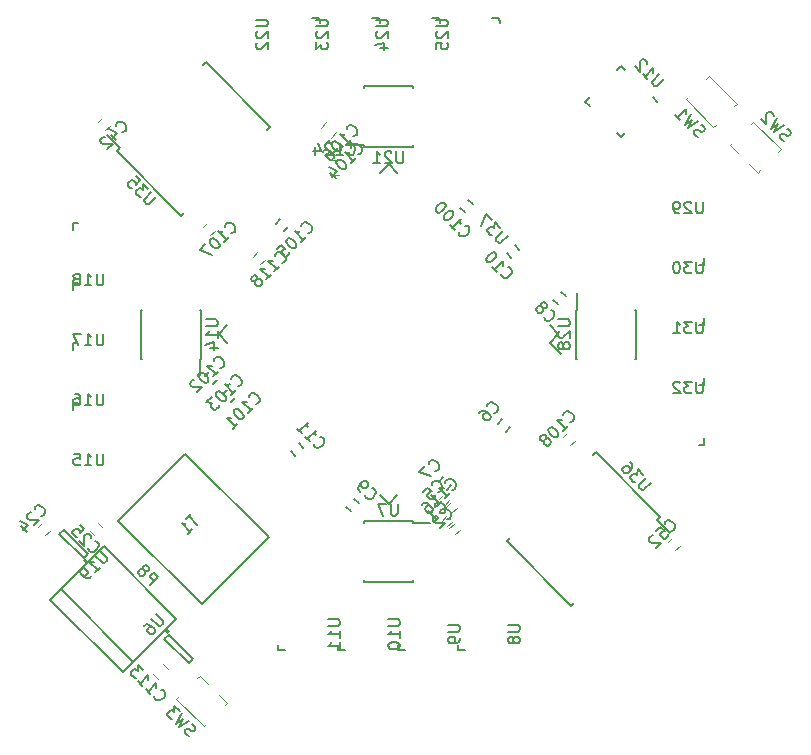
<source format=gbr>
G04 #@! TF.FileFunction,Legend,Bot*
%FSLAX46Y46*%
G04 Gerber Fmt 4.6, Leading zero omitted, Abs format (unit mm)*
G04 Created by KiCad (PCBNEW 4.0.6-e0-6349~53~ubuntu14.04.1) date Thu Mar 30 17:13:45 2017*
%MOMM*%
%LPD*%
G01*
G04 APERTURE LIST*
%ADD10C,0.100000*%
%ADD11C,0.150000*%
%ADD12C,0.120000*%
G04 APERTURE END LIST*
D10*
D11*
X19685000Y22725559D02*
X19313769Y22354328D01*
X19685000Y16644441D02*
X20056231Y17015672D01*
X16644441Y19685000D02*
X17015672Y20056231D01*
X22725559Y19685000D02*
X22354328Y20056231D01*
X19685000Y16644441D02*
X19313769Y17015672D01*
X16644441Y19685000D02*
X17015672Y19313769D01*
X19685000Y22725559D02*
X20056231Y22354328D01*
X-23015382Y15484695D02*
X-22764359Y15735718D01*
X-17535305Y10004618D02*
X-17284282Y10255641D01*
X-10004618Y17535305D02*
X-10255641Y17284282D01*
X-15484695Y23015382D02*
X-15735718Y22764359D01*
X-23015382Y15484695D02*
X-17535305Y10004618D01*
X-15484695Y23015382D02*
X-10004618Y17535305D01*
X-22764359Y15735718D02*
X-23842697Y16814056D01*
X-15802893Y-22873961D02*
X-22873961Y-15802893D01*
X-22873961Y-15802893D02*
X-17217107Y-10146039D01*
X-17217107Y-10146039D02*
X-10146039Y-17217107D01*
X-10146039Y-17217107D02*
X-15802893Y-22873961D01*
X14389623Y0D02*
X13647161Y-742462D01*
X0Y14389623D02*
X-742462Y13647161D01*
X-14389623Y0D02*
X-13647161Y742462D01*
X0Y-14389623D02*
X742462Y-13647161D01*
X14389623Y0D02*
X13647161Y742462D01*
X0Y-14389623D02*
X-742462Y-13647161D01*
X-14389623Y0D02*
X-13647161Y-742462D01*
X0Y14389623D02*
X742462Y13647161D01*
X13647161Y-742462D02*
X14566400Y-1661701D01*
X23015382Y-15484695D02*
X22764359Y-15735718D01*
X17535305Y-10004618D02*
X17284282Y-10255641D01*
X10004618Y-17535305D02*
X10255641Y-17284282D01*
X15484695Y-23015382D02*
X15735718Y-22764359D01*
X23015382Y-15484695D02*
X17535305Y-10004618D01*
X15484695Y-23015382D02*
X10004618Y-17535305D01*
X22764359Y-15735718D02*
X23842697Y-16814056D01*
X2075000Y-15840000D02*
X2075000Y-15985000D01*
X-2075000Y-15840000D02*
X-2075000Y-15985000D01*
X-2075000Y-20990000D02*
X-2075000Y-20845000D01*
X2075000Y-20990000D02*
X2075000Y-20845000D01*
X2075000Y-15840000D02*
X-2075000Y-15840000D01*
X2075000Y-20990000D02*
X-2075000Y-20990000D01*
X2075000Y-15985000D02*
X3475000Y-15985000D01*
X6459220Y-26730960D02*
X5849620Y-26730960D01*
X5849620Y-26730960D02*
X5839460Y-26299160D01*
X1379220Y-26730960D02*
X769620Y-26730960D01*
X769620Y-26730960D02*
X759460Y-26299160D01*
X-3700780Y-26730960D02*
X-4310380Y-26730960D01*
X-4310380Y-26730960D02*
X-4320540Y-26299160D01*
X-15840000Y-2075000D02*
X-15985000Y-2075000D01*
X-15840000Y2075000D02*
X-15985000Y2075000D01*
X-20990000Y2075000D02*
X-20845000Y2075000D01*
X-20990000Y-2075000D02*
X-20845000Y-2075000D01*
X-15840000Y-2075000D02*
X-15840000Y2075000D01*
X-20990000Y-2075000D02*
X-20990000Y2075000D01*
X-15985000Y-2075000D02*
X-15985000Y-3475000D01*
X-26730960Y-6459220D02*
X-26730960Y-5849620D01*
X-26730960Y-5849620D02*
X-26299160Y-5839460D01*
X-26730960Y-1379220D02*
X-26730960Y-769620D01*
X-26730960Y-769620D02*
X-26299160Y-759460D01*
X-26730960Y3700780D02*
X-26730960Y4310380D01*
X-26730960Y4310380D02*
X-26299160Y4320540D01*
X-26730960Y8780780D02*
X-26730960Y9390380D01*
X-26730960Y9390380D02*
X-26299160Y9400540D01*
X-2075000Y15840000D02*
X-2075000Y15985000D01*
X2075000Y15840000D02*
X2075000Y15985000D01*
X2075000Y20990000D02*
X2075000Y20845000D01*
X-2075000Y20990000D02*
X-2075000Y20845000D01*
X-2075000Y15840000D02*
X2075000Y15840000D01*
X-2075000Y20990000D02*
X2075000Y20990000D01*
X-2075000Y15985000D02*
X-3475000Y15985000D01*
X-6459220Y26730960D02*
X-5849620Y26730960D01*
X-5849620Y26730960D02*
X-5839460Y26299160D01*
X-1379220Y26730960D02*
X-769620Y26730960D01*
X-769620Y26730960D02*
X-759460Y26299160D01*
X3700780Y26730960D02*
X4310380Y26730960D01*
X4310380Y26730960D02*
X4320540Y26299160D01*
X8780780Y26730960D02*
X9390380Y26730960D01*
X9390380Y26730960D02*
X9400540Y26299160D01*
X15840000Y2075000D02*
X15985000Y2075000D01*
X15840000Y-2075000D02*
X15985000Y-2075000D01*
X20990000Y-2075000D02*
X20845000Y-2075000D01*
X20990000Y2075000D02*
X20845000Y2075000D01*
X15840000Y2075000D02*
X15840000Y-2075000D01*
X20990000Y2075000D02*
X20990000Y-2075000D01*
X15985000Y2075000D02*
X15985000Y3475000D01*
X26730960Y6459220D02*
X26730960Y5849620D01*
X26730960Y5849620D02*
X26299160Y5839460D01*
X26730960Y1379220D02*
X26730960Y769620D01*
X26730960Y769620D02*
X26299160Y759460D01*
X26730960Y-3700780D02*
X26730960Y-4310380D01*
X26730960Y-4310380D02*
X26299160Y-4320540D01*
X26730960Y-8780780D02*
X26730960Y-9390380D01*
X26730960Y-9390380D02*
X26299160Y-9400540D01*
X6440901Y10337348D02*
X6087348Y10690901D01*
X6759099Y11362652D02*
X7112652Y11009099D01*
X-12987348Y-5409099D02*
X-13340901Y-5762652D01*
X-14012652Y-5090901D02*
X-13659099Y-4737348D01*
X-14487348Y-3909099D02*
X-14840901Y-4262652D01*
X-15512652Y-3590901D02*
X-15159099Y-3237348D01*
X-4313348Y15715901D02*
X-4666901Y15362348D01*
X-5338652Y16034099D02*
X-4985099Y16387652D01*
X-8537348Y9040901D02*
X-8890901Y8687348D01*
X-9562652Y9359099D02*
X-9209099Y9712652D01*
X9266348Y-7587901D02*
X9619901Y-7234348D01*
X10291652Y-7906099D02*
X9938099Y-8259652D01*
X4287348Y-12490901D02*
X4640901Y-12137348D01*
X5312652Y-12809099D02*
X4959099Y-13162652D01*
X14318901Y2535348D02*
X13965348Y2888901D01*
X14637099Y3560652D02*
X14990652Y3207099D01*
X-2888901Y-13965348D02*
X-2535348Y-14318901D01*
X-3207099Y-14990652D02*
X-3560652Y-14637099D01*
X10381901Y6472348D02*
X10028348Y6825901D01*
X10700099Y7497652D02*
X11053652Y7144099D01*
X-7587901Y-9266348D02*
X-7234348Y-9619901D01*
X-7906099Y-10291652D02*
X-8259652Y-9938099D01*
X-18599240Y-25185076D02*
G75*
G03X-18599240Y-25185076I-99999J0D01*
G01*
X-18982082Y-25821472D02*
X-18628528Y-25467918D01*
X-16931472Y-27872082D02*
X-18982082Y-25821472D01*
X-16577918Y-27518528D02*
X-16931472Y-27872082D01*
X-18628528Y-25467918D02*
X-16577918Y-27518528D01*
D12*
X-23620883Y17624437D02*
X-23974437Y17270883D01*
X-24639117Y17935563D02*
X-24285563Y18289117D01*
X23620883Y-17624437D02*
X23974437Y-17270883D01*
X24639117Y-17935563D02*
X24285563Y-18289117D01*
X-14730883Y8734437D02*
X-15084437Y8380883D01*
X-15749117Y9045563D02*
X-15395563Y9399117D01*
X14730883Y-8734437D02*
X15084437Y-8380883D01*
X15749117Y-9045563D02*
X15395563Y-9399117D01*
D11*
X-8780780Y-26730960D02*
X-9390380Y-26730960D01*
X-9390380Y-26730960D02*
X-9400540Y-26299160D01*
X-22482801Y-28635903D02*
X-28634630Y-22484074D01*
X-17953782Y-24106884D02*
X-24105611Y-17955055D01*
X-24105611Y-17955055D02*
X-28634630Y-22484074D01*
X-27764889Y-21614332D02*
X-21613060Y-27766161D01*
X-22482801Y-28635903D02*
X-17953782Y-24106884D01*
D12*
X-10490883Y6244437D02*
X-10844437Y5890883D01*
X-11509117Y6555563D02*
X-11155563Y6909117D01*
X4490883Y-15794437D02*
X4844437Y-15440883D01*
X5509117Y-16105563D02*
X5155563Y-16459117D01*
X4990883Y-16294437D02*
X5344437Y-15940883D01*
X6009117Y-16605563D02*
X5655563Y-16959117D01*
X4240883Y-13944437D02*
X4594437Y-13590883D01*
X5259117Y-14255563D02*
X4905563Y-14609117D01*
X4740883Y-14444437D02*
X5094437Y-14090883D01*
X5759117Y-14755563D02*
X5405563Y-15109117D01*
X-4222000Y14697000D02*
X-4922000Y14697000D01*
X-4922000Y13497000D02*
X-4222000Y13497000D01*
X-14400777Y-3773249D02*
X-14895751Y-4268223D01*
X-14047223Y-5116751D02*
X-13552249Y-4621777D01*
X-4903223Y16600249D02*
X-4408249Y17095223D01*
X-5256777Y17943751D02*
X-5751751Y17448777D01*
X-29719117Y-16354437D02*
X-29365563Y-16000883D01*
X-28700883Y-16665563D02*
X-29054437Y-17019117D01*
X-19975751Y-28751777D02*
X-19480777Y-29246751D01*
X-18632249Y-28398223D02*
X-19127223Y-27903249D01*
X-24920563Y-17019117D02*
X-25274117Y-16665563D01*
X-24609437Y-16000883D02*
X-24255883Y-16354437D01*
D11*
X-25580051Y-19194214D02*
G75*
G03X-25580051Y-19194214I-100000J0D01*
G01*
X-25467918Y-18628528D02*
X-25821472Y-18982082D01*
X-27518528Y-16577918D02*
X-25467918Y-18628528D01*
X-27872082Y-16931472D02*
X-27518528Y-16577918D01*
X-25821472Y-18982082D02*
X-27872082Y-16931472D01*
D12*
X31243675Y13670223D02*
X30536569Y14377330D01*
X31448736Y13875284D02*
X31243675Y13670223D01*
X28910223Y16003675D02*
X29617330Y15296569D01*
X28910223Y16003675D02*
X29115284Y16208736D01*
X33011442Y15437990D02*
X33216503Y15643051D01*
X33216503Y15643051D02*
X30883051Y17976503D01*
X30883051Y17976503D02*
X30677990Y17771442D01*
X-16003675Y-28910223D02*
X-15296569Y-29617330D01*
X-16208736Y-29115284D02*
X-16003675Y-28910223D01*
X-13670223Y-31243675D02*
X-14377330Y-30536569D01*
X-13670223Y-31243675D02*
X-13875284Y-31448736D01*
X-17771442Y-30677990D02*
X-17976503Y-30883051D01*
X-17976503Y-30883051D02*
X-15643051Y-33216503D01*
X-15643051Y-33216503D02*
X-15437990Y-33011442D01*
X26916091Y21629544D02*
X27128223Y21841676D01*
X27128223Y21841676D02*
X29461676Y19508223D01*
X29461676Y19508223D02*
X29249544Y19296091D01*
X25360456Y20073909D02*
X25148324Y19861777D01*
X25148324Y19861777D02*
X27481777Y17528324D01*
X27481777Y17528324D02*
X27693909Y17740456D01*
D11*
X23334175Y21583245D02*
X22761756Y21010825D01*
X22660740Y20977153D01*
X22593397Y20977153D01*
X22492382Y21010825D01*
X22357694Y21145512D01*
X22324023Y21246528D01*
X22324023Y21313871D01*
X22357694Y21414886D01*
X22930114Y21987306D01*
X21515901Y21987306D02*
X21919962Y21583245D01*
X21717932Y21785275D02*
X22425038Y22492382D01*
X22391367Y22324023D01*
X22391367Y22189336D01*
X22425038Y22088321D01*
X21886290Y22896443D02*
X21886290Y22963787D01*
X21852618Y23064802D01*
X21684259Y23233161D01*
X21583244Y23266833D01*
X21515901Y23266833D01*
X21414885Y23233161D01*
X21347542Y23165818D01*
X21280199Y23031131D01*
X21280199Y22223008D01*
X20842466Y22660741D01*
X-19666727Y11602343D02*
X-20239146Y11029923D01*
X-20340162Y10996251D01*
X-20407505Y10996251D01*
X-20508520Y11029923D01*
X-20643208Y11164610D01*
X-20676879Y11265626D01*
X-20676879Y11332969D01*
X-20643208Y11433984D01*
X-20070788Y12006404D01*
X-20340162Y12275778D02*
X-20777895Y12713511D01*
X-20811566Y12208434D01*
X-20912581Y12309450D01*
X-21013597Y12343122D01*
X-21080940Y12343122D01*
X-21181956Y12309450D01*
X-21350315Y12141091D01*
X-21383986Y12040076D01*
X-21383986Y11972732D01*
X-21350315Y11871717D01*
X-21148284Y11669686D01*
X-21047268Y11636014D01*
X-20979925Y11636014D01*
X-21417658Y13353274D02*
X-21080940Y13016556D01*
X-21383986Y12646167D01*
X-21383986Y12713511D01*
X-21417657Y12814526D01*
X-21586017Y12982885D01*
X-21687032Y13016557D01*
X-21754375Y13016557D01*
X-21855391Y12982885D01*
X-22023750Y12814526D01*
X-22057421Y12713511D01*
X-22057421Y12646167D01*
X-22023750Y12545152D01*
X-21855390Y12376793D01*
X-21754375Y12343121D01*
X-21687032Y12343121D01*
X-16712030Y-15230474D02*
X-17116091Y-15634535D01*
X-16206953Y-16139611D02*
X-16914060Y-15432504D01*
X-17015076Y-16947733D02*
X-16611015Y-16543672D01*
X-16813045Y-16745702D02*
X-17520152Y-16038596D01*
X-17351793Y-16072267D01*
X-17217106Y-16072267D01*
X-17116091Y-16038596D01*
X10083847Y8332917D02*
X9511428Y7760497D01*
X9410412Y7726825D01*
X9343069Y7726825D01*
X9242054Y7760497D01*
X9107366Y7895184D01*
X9073695Y7996200D01*
X9073695Y8063543D01*
X9107366Y8164558D01*
X9679786Y8736978D01*
X9410412Y9006352D02*
X8972679Y9444085D01*
X8939008Y8939008D01*
X8837993Y9040024D01*
X8736977Y9073696D01*
X8669634Y9073696D01*
X8568618Y9040024D01*
X8400259Y8871665D01*
X8366588Y8770650D01*
X8366588Y8703306D01*
X8400259Y8602291D01*
X8602290Y8400260D01*
X8703306Y8366588D01*
X8770649Y8366588D01*
X8736977Y9679787D02*
X8265573Y10151192D01*
X7861512Y9141039D01*
X22192107Y-12578823D02*
X21619688Y-13151243D01*
X21518672Y-13184915D01*
X21451329Y-13184915D01*
X21350314Y-13151243D01*
X21215626Y-13016556D01*
X21181955Y-12915540D01*
X21181955Y-12848197D01*
X21215626Y-12747182D01*
X21788046Y-12174762D01*
X21518672Y-11905388D02*
X21080939Y-11467655D01*
X21047268Y-11972732D01*
X20946253Y-11871716D01*
X20845237Y-11838044D01*
X20777894Y-11838044D01*
X20676878Y-11871716D01*
X20508519Y-12040075D01*
X20474848Y-12141090D01*
X20474848Y-12208434D01*
X20508519Y-12309449D01*
X20710550Y-12511480D01*
X20811566Y-12545152D01*
X20878909Y-12545152D01*
X20474848Y-10861564D02*
X20609535Y-10996251D01*
X20643207Y-11097266D01*
X20643207Y-11164610D01*
X20609535Y-11332968D01*
X20508520Y-11501327D01*
X20239146Y-11770701D01*
X20138131Y-11804373D01*
X20070787Y-11804373D01*
X19969772Y-11770701D01*
X19835084Y-11636014D01*
X19801413Y-11534999D01*
X19801413Y-11467655D01*
X19835084Y-11366640D01*
X20003443Y-11198281D01*
X20104459Y-11164609D01*
X20171802Y-11164609D01*
X20272817Y-11198281D01*
X20407505Y-11332968D01*
X20441177Y-11433983D01*
X20441177Y-11501327D01*
X20407504Y-11602343D01*
X761905Y-14367381D02*
X761905Y-15176905D01*
X714286Y-15272143D01*
X666667Y-15319762D01*
X571429Y-15367381D01*
X380952Y-15367381D01*
X285714Y-15319762D01*
X238095Y-15272143D01*
X190476Y-15176905D01*
X190476Y-14367381D01*
X-190476Y-14367381D02*
X-857143Y-14367381D01*
X-428571Y-15367381D01*
X10122921Y-24627935D02*
X10932445Y-24627935D01*
X11027683Y-24675554D01*
X11075302Y-24723173D01*
X11122921Y-24818411D01*
X11122921Y-25008888D01*
X11075302Y-25104126D01*
X11027683Y-25151745D01*
X10932445Y-25199364D01*
X10122921Y-25199364D01*
X10551492Y-25818411D02*
X10503873Y-25723173D01*
X10456254Y-25675554D01*
X10361016Y-25627935D01*
X10313397Y-25627935D01*
X10218159Y-25675554D01*
X10170540Y-25723173D01*
X10122921Y-25818411D01*
X10122921Y-26008888D01*
X10170540Y-26104126D01*
X10218159Y-26151745D01*
X10313397Y-26199364D01*
X10361016Y-26199364D01*
X10456254Y-26151745D01*
X10503873Y-26104126D01*
X10551492Y-26008888D01*
X10551492Y-25818411D01*
X10599111Y-25723173D01*
X10646730Y-25675554D01*
X10741969Y-25627935D01*
X10932445Y-25627935D01*
X11027683Y-25675554D01*
X11075302Y-25723173D01*
X11122921Y-25818411D01*
X11122921Y-26008888D01*
X11075302Y-26104126D01*
X11027683Y-26151745D01*
X10932445Y-26199364D01*
X10741969Y-26199364D01*
X10646730Y-26151745D01*
X10599111Y-26104126D01*
X10551492Y-26008888D01*
X5042921Y-24627935D02*
X5852445Y-24627935D01*
X5947683Y-24675554D01*
X5995302Y-24723173D01*
X6042921Y-24818411D01*
X6042921Y-25008888D01*
X5995302Y-25104126D01*
X5947683Y-25151745D01*
X5852445Y-25199364D01*
X5042921Y-25199364D01*
X6042921Y-25723173D02*
X6042921Y-25913649D01*
X5995302Y-26008888D01*
X5947683Y-26056507D01*
X5804826Y-26151745D01*
X5614350Y-26199364D01*
X5233397Y-26199364D01*
X5138159Y-26151745D01*
X5090540Y-26104126D01*
X5042921Y-26008888D01*
X5042921Y-25818411D01*
X5090540Y-25723173D01*
X5138159Y-25675554D01*
X5233397Y-25627935D01*
X5471492Y-25627935D01*
X5566730Y-25675554D01*
X5614350Y-25723173D01*
X5661969Y-25818411D01*
X5661969Y-26008888D01*
X5614350Y-26104126D01*
X5566730Y-26151745D01*
X5471492Y-26199364D01*
X-37079Y-24151745D02*
X772445Y-24151745D01*
X867683Y-24199364D01*
X915302Y-24246983D01*
X962921Y-24342221D01*
X962921Y-24532698D01*
X915302Y-24627936D01*
X867683Y-24675555D01*
X772445Y-24723174D01*
X-37079Y-24723174D01*
X962921Y-25723174D02*
X962921Y-25151745D01*
X962921Y-25437459D02*
X-37079Y-25437459D01*
X105778Y-25342221D01*
X201016Y-25246983D01*
X248635Y-25151745D01*
X-37079Y-26342221D02*
X-37079Y-26437460D01*
X10540Y-26532698D01*
X58159Y-26580317D01*
X153397Y-26627936D01*
X343873Y-26675555D01*
X581969Y-26675555D01*
X772445Y-26627936D01*
X867683Y-26580317D01*
X915302Y-26532698D01*
X962921Y-26437460D01*
X962921Y-26342221D01*
X915302Y-26246983D01*
X867683Y-26199364D01*
X772445Y-26151745D01*
X581969Y-26104126D01*
X343873Y-26104126D01*
X153397Y-26151745D01*
X58159Y-26199364D01*
X10540Y-26246983D01*
X-37079Y-26342221D01*
X-15462619Y1238095D02*
X-14653095Y1238095D01*
X-14557857Y1190476D01*
X-14510238Y1142857D01*
X-14462619Y1047619D01*
X-14462619Y857142D01*
X-14510238Y761904D01*
X-14557857Y714285D01*
X-14653095Y666666D01*
X-15462619Y666666D01*
X-14462619Y-333334D02*
X-14462619Y238095D01*
X-14462619Y-47619D02*
X-15462619Y-47619D01*
X-15319762Y47619D01*
X-15224524Y142857D01*
X-15176905Y238095D01*
X-15129286Y-1190477D02*
X-14462619Y-1190477D01*
X-15510238Y-952381D02*
X-14795952Y-714286D01*
X-14795952Y-1333334D01*
X-24151745Y-10122921D02*
X-24151745Y-10932445D01*
X-24199364Y-11027683D01*
X-24246983Y-11075302D01*
X-24342221Y-11122921D01*
X-24532698Y-11122921D01*
X-24627936Y-11075302D01*
X-24675555Y-11027683D01*
X-24723174Y-10932445D01*
X-24723174Y-10122921D01*
X-25723174Y-11122921D02*
X-25151745Y-11122921D01*
X-25437459Y-11122921D02*
X-25437459Y-10122921D01*
X-25342221Y-10265778D01*
X-25246983Y-10361016D01*
X-25151745Y-10408635D01*
X-26627936Y-10122921D02*
X-26151745Y-10122921D01*
X-26104126Y-10599111D01*
X-26151745Y-10551492D01*
X-26246983Y-10503873D01*
X-26485079Y-10503873D01*
X-26580317Y-10551492D01*
X-26627936Y-10599111D01*
X-26675555Y-10694350D01*
X-26675555Y-10932445D01*
X-26627936Y-11027683D01*
X-26580317Y-11075302D01*
X-26485079Y-11122921D01*
X-26246983Y-11122921D01*
X-26151745Y-11075302D01*
X-26104126Y-11027683D01*
X-24151745Y-5042921D02*
X-24151745Y-5852445D01*
X-24199364Y-5947683D01*
X-24246983Y-5995302D01*
X-24342221Y-6042921D01*
X-24532698Y-6042921D01*
X-24627936Y-5995302D01*
X-24675555Y-5947683D01*
X-24723174Y-5852445D01*
X-24723174Y-5042921D01*
X-25723174Y-6042921D02*
X-25151745Y-6042921D01*
X-25437459Y-6042921D02*
X-25437459Y-5042921D01*
X-25342221Y-5185778D01*
X-25246983Y-5281016D01*
X-25151745Y-5328635D01*
X-26580317Y-5042921D02*
X-26389840Y-5042921D01*
X-26294602Y-5090540D01*
X-26246983Y-5138159D01*
X-26151745Y-5281016D01*
X-26104126Y-5471492D01*
X-26104126Y-5852445D01*
X-26151745Y-5947683D01*
X-26199364Y-5995302D01*
X-26294602Y-6042921D01*
X-26485079Y-6042921D01*
X-26580317Y-5995302D01*
X-26627936Y-5947683D01*
X-26675555Y-5852445D01*
X-26675555Y-5614350D01*
X-26627936Y-5519111D01*
X-26580317Y-5471492D01*
X-26485079Y-5423873D01*
X-26294602Y-5423873D01*
X-26199364Y-5471492D01*
X-26151745Y-5519111D01*
X-26104126Y-5614350D01*
X-24151745Y37079D02*
X-24151745Y-772445D01*
X-24199364Y-867683D01*
X-24246983Y-915302D01*
X-24342221Y-962921D01*
X-24532698Y-962921D01*
X-24627936Y-915302D01*
X-24675555Y-867683D01*
X-24723174Y-772445D01*
X-24723174Y37079D01*
X-25723174Y-962921D02*
X-25151745Y-962921D01*
X-25437459Y-962921D02*
X-25437459Y37079D01*
X-25342221Y-105778D01*
X-25246983Y-201016D01*
X-25151745Y-248635D01*
X-26056507Y37079D02*
X-26723174Y37079D01*
X-26294602Y-962921D01*
X-24151745Y5117079D02*
X-24151745Y4307555D01*
X-24199364Y4212317D01*
X-24246983Y4164698D01*
X-24342221Y4117079D01*
X-24532698Y4117079D01*
X-24627936Y4164698D01*
X-24675555Y4212317D01*
X-24723174Y4307555D01*
X-24723174Y5117079D01*
X-25723174Y4117079D02*
X-25151745Y4117079D01*
X-25437459Y4117079D02*
X-25437459Y5117079D01*
X-25342221Y4974222D01*
X-25246983Y4878984D01*
X-25151745Y4831365D01*
X-26294602Y4688508D02*
X-26199364Y4736127D01*
X-26151745Y4783746D01*
X-26104126Y4878984D01*
X-26104126Y4926603D01*
X-26151745Y5021841D01*
X-26199364Y5069460D01*
X-26294602Y5117079D01*
X-26485079Y5117079D01*
X-26580317Y5069460D01*
X-26627936Y5021841D01*
X-26675555Y4926603D01*
X-26675555Y4878984D01*
X-26627936Y4783746D01*
X-26580317Y4736127D01*
X-26485079Y4688508D01*
X-26294602Y4688508D01*
X-26199364Y4640889D01*
X-26151745Y4593270D01*
X-26104126Y4498031D01*
X-26104126Y4307555D01*
X-26151745Y4212317D01*
X-26199364Y4164698D01*
X-26294602Y4117079D01*
X-26485079Y4117079D01*
X-26580317Y4164698D01*
X-26627936Y4212317D01*
X-26675555Y4307555D01*
X-26675555Y4498031D01*
X-26627936Y4593270D01*
X-26580317Y4640889D01*
X-26485079Y4688508D01*
X1238095Y15462619D02*
X1238095Y14653095D01*
X1190476Y14557857D01*
X1142857Y14510238D01*
X1047619Y14462619D01*
X857142Y14462619D01*
X761904Y14510238D01*
X714285Y14557857D01*
X666666Y14653095D01*
X666666Y15462619D01*
X238095Y15367381D02*
X190476Y15415000D01*
X95238Y15462619D01*
X-142858Y15462619D01*
X-238096Y15415000D01*
X-285715Y15367381D01*
X-333334Y15272143D01*
X-333334Y15176905D01*
X-285715Y15034048D01*
X285714Y14462619D01*
X-333334Y14462619D01*
X-1285715Y14462619D02*
X-714286Y14462619D01*
X-1000000Y14462619D02*
X-1000000Y15462619D01*
X-904762Y15319762D01*
X-809524Y15224524D01*
X-714286Y15176905D01*
X-11218159Y26627935D02*
X-10408635Y26627935D01*
X-10313397Y26580316D01*
X-10265778Y26532697D01*
X-10218159Y26437459D01*
X-10218159Y26246982D01*
X-10265778Y26151744D01*
X-10313397Y26104125D01*
X-10408635Y26056506D01*
X-11218159Y26056506D01*
X-11122921Y25627935D02*
X-11170540Y25580316D01*
X-11218159Y25485078D01*
X-11218159Y25246982D01*
X-11170540Y25151744D01*
X-11122921Y25104125D01*
X-11027683Y25056506D01*
X-10932445Y25056506D01*
X-10789588Y25104125D01*
X-10218159Y25675554D01*
X-10218159Y25056506D01*
X-11122921Y24675554D02*
X-11170540Y24627935D01*
X-11218159Y24532697D01*
X-11218159Y24294601D01*
X-11170540Y24199363D01*
X-11122921Y24151744D01*
X-11027683Y24104125D01*
X-10932445Y24104125D01*
X-10789588Y24151744D01*
X-10218159Y24723173D01*
X-10218159Y24104125D01*
X-6138159Y26627935D02*
X-5328635Y26627935D01*
X-5233397Y26580316D01*
X-5185778Y26532697D01*
X-5138159Y26437459D01*
X-5138159Y26246982D01*
X-5185778Y26151744D01*
X-5233397Y26104125D01*
X-5328635Y26056506D01*
X-6138159Y26056506D01*
X-6042921Y25627935D02*
X-6090540Y25580316D01*
X-6138159Y25485078D01*
X-6138159Y25246982D01*
X-6090540Y25151744D01*
X-6042921Y25104125D01*
X-5947683Y25056506D01*
X-5852445Y25056506D01*
X-5709588Y25104125D01*
X-5138159Y25675554D01*
X-5138159Y25056506D01*
X-6138159Y24723173D02*
X-6138159Y24104125D01*
X-5757207Y24437459D01*
X-5757207Y24294601D01*
X-5709588Y24199363D01*
X-5661969Y24151744D01*
X-5566730Y24104125D01*
X-5328635Y24104125D01*
X-5233397Y24151744D01*
X-5185778Y24199363D01*
X-5138159Y24294601D01*
X-5138159Y24580316D01*
X-5185778Y24675554D01*
X-5233397Y24723173D01*
X-1058159Y26627935D02*
X-248635Y26627935D01*
X-153397Y26580316D01*
X-105778Y26532697D01*
X-58159Y26437459D01*
X-58159Y26246982D01*
X-105778Y26151744D01*
X-153397Y26104125D01*
X-248635Y26056506D01*
X-1058159Y26056506D01*
X-962921Y25627935D02*
X-1010540Y25580316D01*
X-1058159Y25485078D01*
X-1058159Y25246982D01*
X-1010540Y25151744D01*
X-962921Y25104125D01*
X-867683Y25056506D01*
X-772445Y25056506D01*
X-629588Y25104125D01*
X-58159Y25675554D01*
X-58159Y25056506D01*
X-724826Y24199363D02*
X-58159Y24199363D01*
X-1105778Y24437459D02*
X-391492Y24675554D01*
X-391492Y24056506D01*
X4021841Y26627935D02*
X4831365Y26627935D01*
X4926603Y26580316D01*
X4974222Y26532697D01*
X5021841Y26437459D01*
X5021841Y26246982D01*
X4974222Y26151744D01*
X4926603Y26104125D01*
X4831365Y26056506D01*
X4021841Y26056506D01*
X4117079Y25627935D02*
X4069460Y25580316D01*
X4021841Y25485078D01*
X4021841Y25246982D01*
X4069460Y25151744D01*
X4117079Y25104125D01*
X4212317Y25056506D01*
X4307555Y25056506D01*
X4450412Y25104125D01*
X5021841Y25675554D01*
X5021841Y25056506D01*
X4021841Y24151744D02*
X4021841Y24627935D01*
X4498031Y24675554D01*
X4450412Y24627935D01*
X4402793Y24532697D01*
X4402793Y24294601D01*
X4450412Y24199363D01*
X4498031Y24151744D01*
X4593270Y24104125D01*
X4831365Y24104125D01*
X4926603Y24151744D01*
X4974222Y24199363D01*
X5021841Y24294601D01*
X5021841Y24532697D01*
X4974222Y24627935D01*
X4926603Y24675554D01*
X14367381Y1238095D02*
X15176905Y1238095D01*
X15272143Y1190476D01*
X15319762Y1142857D01*
X15367381Y1047619D01*
X15367381Y857142D01*
X15319762Y761904D01*
X15272143Y714285D01*
X15176905Y666666D01*
X14367381Y666666D01*
X14462619Y238095D02*
X14415000Y190476D01*
X14367381Y95238D01*
X14367381Y-142858D01*
X14415000Y-238096D01*
X14462619Y-285715D01*
X14557857Y-333334D01*
X14653095Y-333334D01*
X14795952Y-285715D01*
X15367381Y285714D01*
X15367381Y-333334D01*
X14795952Y-904762D02*
X14748333Y-809524D01*
X14700714Y-761905D01*
X14605476Y-714286D01*
X14557857Y-714286D01*
X14462619Y-761905D01*
X14415000Y-809524D01*
X14367381Y-904762D01*
X14367381Y-1095239D01*
X14415000Y-1190477D01*
X14462619Y-1238096D01*
X14557857Y-1285715D01*
X14605476Y-1285715D01*
X14700714Y-1238096D01*
X14748333Y-1190477D01*
X14795952Y-1095239D01*
X14795952Y-904762D01*
X14843571Y-809524D01*
X14891190Y-761905D01*
X14986429Y-714286D01*
X15176905Y-714286D01*
X15272143Y-761905D01*
X15319762Y-809524D01*
X15367381Y-904762D01*
X15367381Y-1095239D01*
X15319762Y-1190477D01*
X15272143Y-1238096D01*
X15176905Y-1285715D01*
X14986429Y-1285715D01*
X14891190Y-1238096D01*
X14843571Y-1190477D01*
X14795952Y-1095239D01*
X26627935Y11218159D02*
X26627935Y10408635D01*
X26580316Y10313397D01*
X26532697Y10265778D01*
X26437459Y10218159D01*
X26246982Y10218159D01*
X26151744Y10265778D01*
X26104125Y10313397D01*
X26056506Y10408635D01*
X26056506Y11218159D01*
X25627935Y11122921D02*
X25580316Y11170540D01*
X25485078Y11218159D01*
X25246982Y11218159D01*
X25151744Y11170540D01*
X25104125Y11122921D01*
X25056506Y11027683D01*
X25056506Y10932445D01*
X25104125Y10789588D01*
X25675554Y10218159D01*
X25056506Y10218159D01*
X24580316Y10218159D02*
X24389840Y10218159D01*
X24294601Y10265778D01*
X24246982Y10313397D01*
X24151744Y10456254D01*
X24104125Y10646730D01*
X24104125Y11027683D01*
X24151744Y11122921D01*
X24199363Y11170540D01*
X24294601Y11218159D01*
X24485078Y11218159D01*
X24580316Y11170540D01*
X24627935Y11122921D01*
X24675554Y11027683D01*
X24675554Y10789588D01*
X24627935Y10694350D01*
X24580316Y10646730D01*
X24485078Y10599111D01*
X24294601Y10599111D01*
X24199363Y10646730D01*
X24151744Y10694350D01*
X24104125Y10789588D01*
X26627935Y6138159D02*
X26627935Y5328635D01*
X26580316Y5233397D01*
X26532697Y5185778D01*
X26437459Y5138159D01*
X26246982Y5138159D01*
X26151744Y5185778D01*
X26104125Y5233397D01*
X26056506Y5328635D01*
X26056506Y6138159D01*
X25675554Y6138159D02*
X25056506Y6138159D01*
X25389840Y5757207D01*
X25246982Y5757207D01*
X25151744Y5709588D01*
X25104125Y5661969D01*
X25056506Y5566730D01*
X25056506Y5328635D01*
X25104125Y5233397D01*
X25151744Y5185778D01*
X25246982Y5138159D01*
X25532697Y5138159D01*
X25627935Y5185778D01*
X25675554Y5233397D01*
X24437459Y6138159D02*
X24342220Y6138159D01*
X24246982Y6090540D01*
X24199363Y6042921D01*
X24151744Y5947683D01*
X24104125Y5757207D01*
X24104125Y5519111D01*
X24151744Y5328635D01*
X24199363Y5233397D01*
X24246982Y5185778D01*
X24342220Y5138159D01*
X24437459Y5138159D01*
X24532697Y5185778D01*
X24580316Y5233397D01*
X24627935Y5328635D01*
X24675554Y5519111D01*
X24675554Y5757207D01*
X24627935Y5947683D01*
X24580316Y6042921D01*
X24532697Y6090540D01*
X24437459Y6138159D01*
X26627935Y1058159D02*
X26627935Y248635D01*
X26580316Y153397D01*
X26532697Y105778D01*
X26437459Y58159D01*
X26246982Y58159D01*
X26151744Y105778D01*
X26104125Y153397D01*
X26056506Y248635D01*
X26056506Y1058159D01*
X25675554Y1058159D02*
X25056506Y1058159D01*
X25389840Y677207D01*
X25246982Y677207D01*
X25151744Y629588D01*
X25104125Y581969D01*
X25056506Y486730D01*
X25056506Y248635D01*
X25104125Y153397D01*
X25151744Y105778D01*
X25246982Y58159D01*
X25532697Y58159D01*
X25627935Y105778D01*
X25675554Y153397D01*
X24104125Y58159D02*
X24675554Y58159D01*
X24389840Y58159D02*
X24389840Y1058159D01*
X24485078Y915302D01*
X24580316Y820064D01*
X24675554Y772445D01*
X26627935Y-4021841D02*
X26627935Y-4831365D01*
X26580316Y-4926603D01*
X26532697Y-4974222D01*
X26437459Y-5021841D01*
X26246982Y-5021841D01*
X26151744Y-4974222D01*
X26104125Y-4926603D01*
X26056506Y-4831365D01*
X26056506Y-4021841D01*
X25675554Y-4021841D02*
X25056506Y-4021841D01*
X25389840Y-4402793D01*
X25246982Y-4402793D01*
X25151744Y-4450412D01*
X25104125Y-4498031D01*
X25056506Y-4593270D01*
X25056506Y-4831365D01*
X25104125Y-4926603D01*
X25151744Y-4974222D01*
X25246982Y-5021841D01*
X25532697Y-5021841D01*
X25627935Y-4974222D01*
X25675554Y-4926603D01*
X24675554Y-4117079D02*
X24627935Y-4069460D01*
X24532697Y-4021841D01*
X24294601Y-4021841D01*
X24199363Y-4069460D01*
X24151744Y-4117079D01*
X24104125Y-4212317D01*
X24104125Y-4307555D01*
X24151744Y-4450412D01*
X24723173Y-5021841D01*
X24104125Y-5021841D01*
X5936665Y8604094D02*
X5936665Y8536751D01*
X6004009Y8402064D01*
X6071352Y8334720D01*
X6206040Y8267376D01*
X6340727Y8267376D01*
X6441742Y8301048D01*
X6610101Y8402063D01*
X6711116Y8503079D01*
X6812132Y8671437D01*
X6845803Y8772453D01*
X6845803Y8907140D01*
X6778459Y9041827D01*
X6711116Y9109171D01*
X6576429Y9176514D01*
X6509085Y9176514D01*
X5195887Y9210186D02*
X5599948Y8806124D01*
X5397918Y9008155D02*
X6105025Y9715261D01*
X6071353Y9546903D01*
X6071353Y9412216D01*
X6105025Y9311201D01*
X5465261Y10355025D02*
X5397917Y10422369D01*
X5296902Y10456041D01*
X5229559Y10456041D01*
X5128544Y10422369D01*
X4960185Y10321354D01*
X4791826Y10152994D01*
X4690811Y9984636D01*
X4657139Y9883621D01*
X4657139Y9816277D01*
X4690811Y9715262D01*
X4758155Y9647918D01*
X4859170Y9614246D01*
X4926513Y9614246D01*
X5027528Y9647918D01*
X5195887Y9748933D01*
X5364246Y9917292D01*
X5465261Y10085651D01*
X5498933Y10186666D01*
X5498933Y10254010D01*
X5465261Y10355025D01*
X4791826Y11028460D02*
X4724482Y11095804D01*
X4623467Y11129476D01*
X4556124Y11129476D01*
X4455108Y11095804D01*
X4286750Y10994789D01*
X4118391Y10826430D01*
X4017375Y10658071D01*
X3983704Y10557056D01*
X3983704Y10489712D01*
X4017375Y10388697D01*
X4084720Y10321353D01*
X4185735Y10287681D01*
X4253078Y10287681D01*
X4354093Y10321353D01*
X4522452Y10422368D01*
X4690811Y10590728D01*
X4791826Y10759086D01*
X4825498Y10860101D01*
X4825498Y10927445D01*
X4791826Y11028460D01*
X-11254094Y-5913335D02*
X-11186751Y-5913335D01*
X-11052064Y-5845991D01*
X-10984720Y-5778648D01*
X-10917376Y-5643960D01*
X-10917376Y-5509273D01*
X-10951048Y-5408258D01*
X-11052063Y-5239899D01*
X-11153079Y-5138884D01*
X-11321437Y-5037868D01*
X-11422453Y-5004197D01*
X-11557140Y-5004197D01*
X-11691827Y-5071541D01*
X-11759171Y-5138884D01*
X-11826514Y-5273571D01*
X-11826514Y-5340915D01*
X-11860186Y-6654113D02*
X-11456124Y-6250052D01*
X-11658155Y-6452082D02*
X-12365261Y-5744975D01*
X-12196903Y-5778647D01*
X-12062216Y-5778647D01*
X-11961201Y-5744975D01*
X-13005025Y-6384739D02*
X-13072369Y-6452083D01*
X-13106041Y-6553098D01*
X-13106041Y-6620441D01*
X-13072369Y-6721456D01*
X-12971354Y-6889815D01*
X-12802994Y-7058174D01*
X-12634636Y-7159189D01*
X-12533621Y-7192861D01*
X-12466277Y-7192861D01*
X-12365262Y-7159189D01*
X-12297918Y-7091845D01*
X-12264246Y-6990830D01*
X-12264246Y-6923487D01*
X-12297918Y-6822472D01*
X-12398933Y-6654113D01*
X-12567292Y-6485754D01*
X-12735651Y-6384739D01*
X-12836666Y-6351067D01*
X-12904010Y-6351067D01*
X-13005025Y-6384739D01*
X-13207056Y-8000983D02*
X-12802994Y-7596922D01*
X-13005025Y-7798952D02*
X-13712132Y-7091845D01*
X-13543773Y-7125517D01*
X-13409086Y-7125517D01*
X-13308071Y-7091845D01*
X-12754094Y-4413335D02*
X-12686751Y-4413335D01*
X-12552064Y-4345991D01*
X-12484720Y-4278648D01*
X-12417376Y-4143960D01*
X-12417376Y-4009273D01*
X-12451048Y-3908258D01*
X-12552063Y-3739899D01*
X-12653079Y-3638884D01*
X-12821437Y-3537868D01*
X-12922453Y-3504197D01*
X-13057140Y-3504197D01*
X-13191827Y-3571541D01*
X-13259171Y-3638884D01*
X-13326514Y-3773571D01*
X-13326514Y-3840915D01*
X-13360186Y-5154113D02*
X-12956124Y-4750052D01*
X-13158155Y-4952082D02*
X-13865261Y-4244975D01*
X-13696903Y-4278647D01*
X-13562216Y-4278647D01*
X-13461201Y-4244975D01*
X-14505025Y-4884739D02*
X-14572369Y-4952083D01*
X-14606041Y-5053098D01*
X-14606041Y-5120441D01*
X-14572369Y-5221456D01*
X-14471354Y-5389815D01*
X-14302994Y-5558174D01*
X-14134636Y-5659189D01*
X-14033621Y-5692861D01*
X-13966277Y-5692861D01*
X-13865262Y-5659189D01*
X-13797918Y-5591845D01*
X-13764246Y-5490830D01*
X-13764246Y-5423487D01*
X-13797918Y-5322472D01*
X-13898933Y-5154113D01*
X-14067292Y-4985754D01*
X-14235651Y-4884739D01*
X-14336666Y-4851067D01*
X-14404010Y-4851067D01*
X-14505025Y-4884739D01*
X-14976430Y-5356143D02*
X-15414163Y-5793876D01*
X-14909086Y-5827547D01*
X-15010102Y-5928563D01*
X-15043774Y-6029578D01*
X-15043774Y-6096922D01*
X-15010101Y-6197938D01*
X-14841743Y-6366296D01*
X-14740728Y-6399968D01*
X-14673384Y-6399968D01*
X-14572369Y-6366296D01*
X-14370338Y-6164265D01*
X-14336666Y-6063250D01*
X-14336666Y-5995907D01*
X-2580094Y15211665D02*
X-2512751Y15211665D01*
X-2378064Y15279009D01*
X-2310720Y15346352D01*
X-2243376Y15481040D01*
X-2243376Y15615727D01*
X-2277048Y15716742D01*
X-2378063Y15885101D01*
X-2479079Y15986116D01*
X-2647437Y16087132D01*
X-2748453Y16120803D01*
X-2883140Y16120803D01*
X-3017827Y16053459D01*
X-3085171Y15986116D01*
X-3152514Y15851429D01*
X-3152514Y15784085D01*
X-3186186Y14470887D02*
X-2782124Y14874948D01*
X-2984155Y14672918D02*
X-3691261Y15380025D01*
X-3522903Y15346353D01*
X-3388216Y15346353D01*
X-3287201Y15380025D01*
X-4331025Y14740261D02*
X-4398369Y14672917D01*
X-4432041Y14571902D01*
X-4432041Y14504559D01*
X-4398369Y14403544D01*
X-4297354Y14235185D01*
X-4128994Y14066826D01*
X-3960636Y13965811D01*
X-3859621Y13932139D01*
X-3792277Y13932139D01*
X-3691262Y13965811D01*
X-3623918Y14033155D01*
X-3590246Y14134170D01*
X-3590246Y14201513D01*
X-3623918Y14302528D01*
X-3724933Y14470887D01*
X-3893292Y14639246D01*
X-4061651Y14740261D01*
X-4162666Y14773933D01*
X-4230010Y14773933D01*
X-4331025Y14740261D01*
X-4937117Y13662765D02*
X-4465712Y13191360D01*
X-5038132Y14100498D02*
X-4364696Y13763780D01*
X-4802430Y13326047D01*
X-6804094Y8536665D02*
X-6736751Y8536665D01*
X-6602064Y8604009D01*
X-6534720Y8671352D01*
X-6467376Y8806040D01*
X-6467376Y8940727D01*
X-6501048Y9041742D01*
X-6602063Y9210101D01*
X-6703079Y9311116D01*
X-6871437Y9412132D01*
X-6972453Y9445803D01*
X-7107140Y9445803D01*
X-7241827Y9378459D01*
X-7309171Y9311116D01*
X-7376514Y9176429D01*
X-7376514Y9109085D01*
X-7410186Y7795887D02*
X-7006124Y8199948D01*
X-7208155Y7997918D02*
X-7915261Y8705025D01*
X-7746903Y8671353D01*
X-7612216Y8671353D01*
X-7511201Y8705025D01*
X-8555025Y8065261D02*
X-8622369Y7997917D01*
X-8656041Y7896902D01*
X-8656041Y7829559D01*
X-8622369Y7728544D01*
X-8521354Y7560185D01*
X-8352994Y7391826D01*
X-8184636Y7290811D01*
X-8083621Y7257139D01*
X-8016277Y7257139D01*
X-7915262Y7290811D01*
X-7847918Y7358155D01*
X-7814246Y7459170D01*
X-7814246Y7526513D01*
X-7847918Y7627528D01*
X-7948933Y7795887D01*
X-8117292Y7964246D01*
X-8285651Y8065261D01*
X-8386666Y8098933D01*
X-8454010Y8098933D01*
X-8555025Y8065261D01*
X-9430491Y7189795D02*
X-9093773Y7526513D01*
X-8723384Y7223468D01*
X-8790728Y7223468D01*
X-8891743Y7189796D01*
X-9060102Y7021437D01*
X-9093774Y6920422D01*
X-9093774Y6853078D01*
X-9060101Y6752062D01*
X-8891743Y6583704D01*
X-8790728Y6550032D01*
X-8723384Y6550032D01*
X-8622369Y6583704D01*
X-8454010Y6752063D01*
X-8420338Y6853078D01*
X-8420338Y6920422D01*
X8947307Y-6679606D02*
X9014650Y-6679606D01*
X9149337Y-6612262D01*
X9216681Y-6544919D01*
X9284025Y-6410231D01*
X9284025Y-6275544D01*
X9250353Y-6174529D01*
X9149338Y-6006171D01*
X9048322Y-5905155D01*
X8879963Y-5804140D01*
X8778948Y-5770468D01*
X8644261Y-5770468D01*
X8509574Y-5837812D01*
X8442230Y-5905155D01*
X8374887Y-6039842D01*
X8374887Y-6107186D01*
X7701452Y-6645934D02*
X7836140Y-6511246D01*
X7937155Y-6477575D01*
X8004498Y-6477575D01*
X8172857Y-6511246D01*
X8341215Y-6612261D01*
X8610590Y-6881636D01*
X8644261Y-6982651D01*
X8644261Y-7049994D01*
X8610590Y-7151010D01*
X8475902Y-7285697D01*
X8374887Y-7319369D01*
X8307544Y-7319369D01*
X8206528Y-7285697D01*
X8038170Y-7117339D01*
X8004497Y-7016323D01*
X8004497Y-6948979D01*
X8038169Y-6847964D01*
X8172857Y-6713277D01*
X8273872Y-6679605D01*
X8341215Y-6679605D01*
X8442231Y-6713277D01*
X3968307Y-11582606D02*
X4035650Y-11582606D01*
X4170337Y-11515262D01*
X4237681Y-11447919D01*
X4305025Y-11313231D01*
X4305025Y-11178544D01*
X4271353Y-11077529D01*
X4170338Y-10909171D01*
X4069322Y-10808155D01*
X3900963Y-10707140D01*
X3799948Y-10673468D01*
X3665261Y-10673468D01*
X3530574Y-10740812D01*
X3463230Y-10808155D01*
X3395887Y-10942842D01*
X3395887Y-11010186D01*
X3092842Y-11178544D02*
X2621437Y-11649949D01*
X3631590Y-12054010D01*
X13141230Y1475529D02*
X13141230Y1408186D01*
X13208574Y1273499D01*
X13275917Y1206155D01*
X13410605Y1138811D01*
X13545292Y1138811D01*
X13646307Y1172483D01*
X13814665Y1273498D01*
X13915681Y1374514D01*
X14016696Y1542873D01*
X14050368Y1643888D01*
X14050368Y1778575D01*
X13983024Y1913262D01*
X13915681Y1980606D01*
X13780994Y2047949D01*
X13713650Y2047949D01*
X13073888Y2216308D02*
X13174903Y2182636D01*
X13242246Y2182636D01*
X13343261Y2216308D01*
X13376933Y2249979D01*
X13410605Y2350994D01*
X13410605Y2418338D01*
X13376933Y2519353D01*
X13242246Y2654041D01*
X13141230Y2687712D01*
X13073887Y2687712D01*
X12972872Y2654041D01*
X12939200Y2620369D01*
X12905528Y2519354D01*
X12905528Y2452010D01*
X12939200Y2350995D01*
X13073888Y2216308D01*
X13107559Y2115292D01*
X13107559Y2047949D01*
X13073887Y1946933D01*
X12939200Y1812246D01*
X12838185Y1778575D01*
X12770842Y1778575D01*
X12669826Y1812246D01*
X12535139Y1946934D01*
X12501467Y2047949D01*
X12501467Y2115292D01*
X12535139Y2216308D01*
X12669826Y2350994D01*
X12770842Y2384667D01*
X12838185Y2384667D01*
X12939200Y2350995D01*
X-1980606Y-13646307D02*
X-1980606Y-13713650D01*
X-1913262Y-13848337D01*
X-1845919Y-13915681D01*
X-1711231Y-13983025D01*
X-1576544Y-13983025D01*
X-1475529Y-13949353D01*
X-1307171Y-13848338D01*
X-1206155Y-13747322D01*
X-1105140Y-13578963D01*
X-1071468Y-13477948D01*
X-1071468Y-13343261D01*
X-1138812Y-13208574D01*
X-1206155Y-13141230D01*
X-1340842Y-13073887D01*
X-1408186Y-13073887D01*
X-2384666Y-13376933D02*
X-2519353Y-13242246D01*
X-2553025Y-13141230D01*
X-2553025Y-13073887D01*
X-2519354Y-12905528D01*
X-2418339Y-12737170D01*
X-2148964Y-12467795D01*
X-2047949Y-12434124D01*
X-1980606Y-12434124D01*
X-1879590Y-12467795D01*
X-1744903Y-12602483D01*
X-1711231Y-12703498D01*
X-1711231Y-12770842D01*
X-1744903Y-12871857D01*
X-1913261Y-13040215D01*
X-2014277Y-13073887D01*
X-2081621Y-13073888D01*
X-2182636Y-13040216D01*
X-2317323Y-12905528D01*
X-2350995Y-12804513D01*
X-2350994Y-12737169D01*
X-2317323Y-12636154D01*
X9540948Y5075811D02*
X9540948Y5008468D01*
X9608292Y4873781D01*
X9675635Y4806437D01*
X9810323Y4739093D01*
X9945010Y4739093D01*
X10046025Y4772765D01*
X10214383Y4873780D01*
X10315399Y4974796D01*
X10416414Y5143155D01*
X10450086Y5244170D01*
X10450086Y5378857D01*
X10382742Y5513544D01*
X10315399Y5580888D01*
X10180712Y5648231D01*
X10113368Y5648231D01*
X8800170Y5681903D02*
X9204231Y5277842D01*
X9002201Y5479872D02*
X9709308Y6186979D01*
X9675636Y6018620D01*
X9675636Y5883933D01*
X9709308Y5782918D01*
X9069544Y6826742D02*
X9002200Y6894086D01*
X8901185Y6927758D01*
X8833842Y6927758D01*
X8732826Y6894086D01*
X8564468Y6793071D01*
X8396108Y6624712D01*
X8295093Y6456353D01*
X8261422Y6355338D01*
X8261422Y6287994D01*
X8295093Y6186979D01*
X8362437Y6119635D01*
X8463453Y6085963D01*
X8530796Y6085963D01*
X8631811Y6119635D01*
X8800170Y6220650D01*
X8968529Y6389010D01*
X9069544Y6557368D01*
X9103216Y6658383D01*
X9103216Y6725727D01*
X9069544Y6826742D01*
X-6342888Y-9284025D02*
X-6342888Y-9351368D01*
X-6275544Y-9486055D01*
X-6208201Y-9553399D01*
X-6073513Y-9620743D01*
X-5938826Y-9620743D01*
X-5837811Y-9587071D01*
X-5669453Y-9486056D01*
X-5568437Y-9385040D01*
X-5467422Y-9216681D01*
X-5433750Y-9115666D01*
X-5433750Y-8980979D01*
X-5501094Y-8846292D01*
X-5568437Y-8778948D01*
X-5703124Y-8711605D01*
X-5770468Y-8711605D01*
X-7083666Y-8677933D02*
X-6679605Y-9081994D01*
X-6881635Y-8879964D02*
X-6174528Y-8172857D01*
X-6208200Y-8341216D01*
X-6208200Y-8475903D01*
X-6174528Y-8576918D01*
X-7757101Y-8004498D02*
X-7353040Y-8408559D01*
X-7555070Y-8206529D02*
X-6847963Y-7499422D01*
X-6881635Y-7667781D01*
X-6881635Y-7802468D01*
X-6847963Y-7903483D01*
X-19679087Y-23693417D02*
X-19106667Y-24265837D01*
X-19072995Y-24366852D01*
X-19072995Y-24434195D01*
X-19106667Y-24535210D01*
X-19241355Y-24669898D01*
X-19342370Y-24703570D01*
X-19409713Y-24703570D01*
X-19510728Y-24669898D01*
X-20083148Y-24097478D01*
X-20722912Y-24737241D02*
X-20588224Y-24602554D01*
X-20487209Y-24568882D01*
X-20419865Y-24568882D01*
X-20251507Y-24602554D01*
X-20083148Y-24703569D01*
X-19813774Y-24972943D01*
X-19780102Y-25073959D01*
X-19780102Y-25141302D01*
X-19813774Y-25242317D01*
X-19948461Y-25377005D01*
X-20049477Y-25410676D01*
X-20116820Y-25410676D01*
X-20217835Y-25377005D01*
X-20386194Y-25208646D01*
X-20419866Y-25107630D01*
X-20419866Y-25040287D01*
X-20386194Y-24939272D01*
X-20251507Y-24804584D01*
X-20150492Y-24770912D01*
X-20083148Y-24770912D01*
X-19982132Y-24804585D01*
X-22524867Y17084004D02*
X-22457524Y17084004D01*
X-22322837Y17151348D01*
X-22255493Y17218691D01*
X-22188149Y17353379D01*
X-22188149Y17488066D01*
X-22221821Y17589081D01*
X-22322836Y17757439D01*
X-22423852Y17858455D01*
X-22592211Y17959470D01*
X-22693226Y17993142D01*
X-22827913Y17993142D01*
X-22962600Y17925798D01*
X-23029944Y17858455D01*
X-23097287Y17723768D01*
X-23097287Y17656424D01*
X-23535020Y16881974D02*
X-23063615Y16410569D01*
X-23636035Y17319707D02*
X-22962600Y16982989D01*
X-23400333Y16545256D01*
X-24040096Y16713615D02*
X-24107439Y16713615D01*
X-24208455Y16679944D01*
X-24376814Y16511584D01*
X-24410486Y16410569D01*
X-24410486Y16343226D01*
X-24376814Y16242211D01*
X-24309470Y16174867D01*
X-24174784Y16107524D01*
X-23366661Y16107524D01*
X-23804394Y15669791D01*
X23939081Y-16679944D02*
X24006424Y-16679944D01*
X24141111Y-16612600D01*
X24208455Y-16545257D01*
X24275799Y-16410569D01*
X24275799Y-16275882D01*
X24242127Y-16174867D01*
X24141112Y-16006509D01*
X24040096Y-15905493D01*
X23871737Y-15804478D01*
X23770722Y-15770806D01*
X23636035Y-15770806D01*
X23501348Y-15838150D01*
X23434004Y-15905493D01*
X23366661Y-16040180D01*
X23366661Y-16107524D01*
X22659554Y-16679944D02*
X22996272Y-16343226D01*
X23366661Y-16646271D01*
X23299317Y-16646271D01*
X23198302Y-16679943D01*
X23029943Y-16848302D01*
X22996271Y-16949317D01*
X22996271Y-17016661D01*
X23029944Y-17117677D01*
X23198302Y-17286035D01*
X23299317Y-17319707D01*
X23366661Y-17319707D01*
X23467676Y-17286035D01*
X23636035Y-17117676D01*
X23669707Y-17016661D01*
X23669707Y-16949317D01*
X22423852Y-17050333D02*
X22356509Y-17050333D01*
X22255493Y-17084004D01*
X22087134Y-17252364D01*
X22053462Y-17353379D01*
X22053462Y-17420722D01*
X22087134Y-17521737D01*
X22154478Y-17589081D01*
X22289164Y-17656424D01*
X23097287Y-17656424D01*
X22659554Y-18094157D01*
X-13298150Y8530721D02*
X-13230807Y8530721D01*
X-13096120Y8598065D01*
X-13028776Y8665408D01*
X-12961432Y8800096D01*
X-12961432Y8934783D01*
X-12995104Y9035798D01*
X-13096119Y9204157D01*
X-13197135Y9305172D01*
X-13365493Y9406188D01*
X-13466509Y9439859D01*
X-13601196Y9439859D01*
X-13735883Y9372515D01*
X-13803227Y9305172D01*
X-13870570Y9170485D01*
X-13870570Y9103141D01*
X-13904242Y7789943D02*
X-13500180Y8194004D01*
X-13702211Y7991974D02*
X-14409317Y8699081D01*
X-14240959Y8665409D01*
X-14106272Y8665409D01*
X-14005257Y8699081D01*
X-15049081Y8059317D02*
X-15116425Y7991973D01*
X-15150097Y7890958D01*
X-15150097Y7823615D01*
X-15116425Y7722600D01*
X-15015410Y7554241D01*
X-14847050Y7385882D01*
X-14678692Y7284867D01*
X-14577677Y7251195D01*
X-14510333Y7251195D01*
X-14409318Y7284867D01*
X-14341974Y7352211D01*
X-14308302Y7453226D01*
X-14308302Y7520569D01*
X-14341974Y7621584D01*
X-14442989Y7789943D01*
X-14611348Y7958302D01*
X-14779707Y8059317D01*
X-14880722Y8092989D01*
X-14948066Y8092989D01*
X-15049081Y8059317D01*
X-15520486Y7587913D02*
X-15991890Y7116508D01*
X-14981737Y6712447D01*
X15385798Y-7453227D02*
X15453141Y-7453227D01*
X15587828Y-7385883D01*
X15655172Y-7318540D01*
X15722516Y-7183852D01*
X15722516Y-7049165D01*
X15688844Y-6948150D01*
X15587829Y-6779791D01*
X15486813Y-6678776D01*
X15318455Y-6577760D01*
X15217439Y-6544089D01*
X15082752Y-6544089D01*
X14948065Y-6611433D01*
X14880721Y-6678776D01*
X14813378Y-6813463D01*
X14813378Y-6880807D01*
X14779706Y-8194005D02*
X15183768Y-7789944D01*
X14981737Y-7991974D02*
X14274631Y-7284867D01*
X14442989Y-7318539D01*
X14577676Y-7318539D01*
X14678691Y-7284867D01*
X13634867Y-7924631D02*
X13567523Y-7991975D01*
X13533851Y-8092990D01*
X13533851Y-8160333D01*
X13567523Y-8261348D01*
X13668538Y-8429707D01*
X13836898Y-8598066D01*
X14005256Y-8699081D01*
X14106271Y-8732753D01*
X14173615Y-8732753D01*
X14274630Y-8699081D01*
X14341974Y-8631737D01*
X14375646Y-8530722D01*
X14375646Y-8463379D01*
X14341974Y-8362364D01*
X14240959Y-8194005D01*
X14072600Y-8025646D01*
X13904241Y-7924631D01*
X13803226Y-7890959D01*
X13735882Y-7890959D01*
X13634867Y-7924631D01*
X13298149Y-8867439D02*
X13331821Y-8766424D01*
X13331821Y-8699081D01*
X13298149Y-8598066D01*
X13264478Y-8564394D01*
X13163462Y-8530722D01*
X13096119Y-8530722D01*
X12995104Y-8564394D01*
X12860416Y-8699081D01*
X12826745Y-8800097D01*
X12826745Y-8867440D01*
X12860416Y-8968455D01*
X12894088Y-9002127D01*
X12995103Y-9035799D01*
X13062447Y-9035799D01*
X13163462Y-9002127D01*
X13298149Y-8867439D01*
X13399164Y-8833768D01*
X13466508Y-8833768D01*
X13567524Y-8867440D01*
X13702211Y-9002127D01*
X13735882Y-9103142D01*
X13735882Y-9170486D01*
X13702211Y-9271501D01*
X13567523Y-9406188D01*
X13466508Y-9439860D01*
X13399164Y-9439860D01*
X13298149Y-9406188D01*
X13163462Y-9271501D01*
X13129790Y-9170486D01*
X13129790Y-9103142D01*
X13163462Y-9002127D01*
X-5117079Y-24151745D02*
X-4307555Y-24151745D01*
X-4212317Y-24199364D01*
X-4164698Y-24246983D01*
X-4117079Y-24342221D01*
X-4117079Y-24532698D01*
X-4164698Y-24627936D01*
X-4212317Y-24675555D01*
X-4307555Y-24723174D01*
X-5117079Y-24723174D01*
X-4117079Y-25723174D02*
X-4117079Y-25151745D01*
X-4117079Y-25437459D02*
X-5117079Y-25437459D01*
X-4974222Y-25342221D01*
X-4878984Y-25246983D01*
X-4831365Y-25151745D01*
X-4117079Y-26675555D02*
X-4117079Y-26104126D01*
X-4117079Y-26389840D02*
X-5117079Y-26389840D01*
X-4974222Y-26294602D01*
X-4878984Y-26199364D01*
X-4831365Y-26104126D01*
X-20218452Y-21262276D02*
X-19511345Y-20555169D01*
X-19780719Y-20285794D01*
X-19881735Y-20252123D01*
X-19949078Y-20252123D01*
X-20050093Y-20285794D01*
X-20151108Y-20386810D01*
X-20184780Y-20487825D01*
X-20184780Y-20555168D01*
X-20151108Y-20656183D01*
X-19881734Y-20925558D01*
X-20622512Y-20050092D02*
X-20521497Y-20083764D01*
X-20454154Y-20083764D01*
X-20353139Y-20050092D01*
X-20319467Y-20016421D01*
X-20285795Y-19915406D01*
X-20285795Y-19848062D01*
X-20319467Y-19747047D01*
X-20454154Y-19612359D01*
X-20555170Y-19578688D01*
X-20622513Y-19578688D01*
X-20723528Y-19612359D01*
X-20757200Y-19646031D01*
X-20790872Y-19747046D01*
X-20790872Y-19814390D01*
X-20757200Y-19915405D01*
X-20622512Y-20050092D01*
X-20588841Y-20151108D01*
X-20588841Y-20218451D01*
X-20622513Y-20319467D01*
X-20757200Y-20454154D01*
X-20858215Y-20487825D01*
X-20925558Y-20487825D01*
X-21026574Y-20454154D01*
X-21161261Y-20319466D01*
X-21194933Y-20218451D01*
X-21194933Y-20151108D01*
X-21161261Y-20050092D01*
X-21026574Y-19915406D01*
X-20925558Y-19881733D01*
X-20858215Y-19881733D01*
X-20757200Y-19915405D01*
X-9058150Y6040721D02*
X-8990807Y6040721D01*
X-8856120Y6108065D01*
X-8788776Y6175408D01*
X-8721432Y6310096D01*
X-8721432Y6444783D01*
X-8755104Y6545798D01*
X-8856119Y6714157D01*
X-8957135Y6815172D01*
X-9125493Y6916188D01*
X-9226509Y6949859D01*
X-9361196Y6949859D01*
X-9495883Y6882515D01*
X-9563227Y6815172D01*
X-9630570Y6680485D01*
X-9630570Y6613141D01*
X-9664242Y5299943D02*
X-9260180Y5704004D01*
X-9462211Y5501974D02*
X-10169317Y6209081D01*
X-10000959Y6175409D01*
X-9866272Y6175409D01*
X-9765257Y6209081D01*
X-10337677Y4626508D02*
X-9933615Y5030569D01*
X-10135646Y4828539D02*
X-10842752Y5535646D01*
X-10674394Y5501974D01*
X-10539707Y5501974D01*
X-10438692Y5535646D01*
X-11145799Y4626509D02*
X-11112127Y4727524D01*
X-11112127Y4794867D01*
X-11145799Y4895882D01*
X-11179470Y4929554D01*
X-11280486Y4963226D01*
X-11347829Y4963226D01*
X-11448844Y4929554D01*
X-11583532Y4794867D01*
X-11617203Y4693851D01*
X-11617203Y4626508D01*
X-11583532Y4525493D01*
X-11549860Y4491821D01*
X-11448845Y4458149D01*
X-11381501Y4458149D01*
X-11280486Y4491821D01*
X-11145799Y4626509D01*
X-11044784Y4660180D01*
X-10977440Y4660180D01*
X-10876424Y4626508D01*
X-10741737Y4491821D01*
X-10708066Y4390806D01*
X-10708066Y4323462D01*
X-10741737Y4222447D01*
X-10876425Y4087760D01*
X-10977440Y4054088D01*
X-11044784Y4054088D01*
X-11145799Y4087760D01*
X-11280486Y4222447D01*
X-11314158Y4323462D01*
X-11314158Y4390806D01*
X-11280486Y4491821D01*
X4472363Y-15186662D02*
X4539706Y-15186662D01*
X4674393Y-15119318D01*
X4741737Y-15051975D01*
X4809081Y-14917287D01*
X4809081Y-14782600D01*
X4775409Y-14681585D01*
X4674394Y-14513227D01*
X4573378Y-14412211D01*
X4405019Y-14311196D01*
X4304004Y-14277524D01*
X4169317Y-14277524D01*
X4034630Y-14344868D01*
X3967286Y-14412211D01*
X3899943Y-14546898D01*
X3899943Y-14614242D01*
X3866271Y-15927440D02*
X4270333Y-15523379D01*
X4068302Y-15725409D02*
X3361196Y-15018302D01*
X3529554Y-15051974D01*
X3664241Y-15051974D01*
X3765256Y-15018302D01*
X4972363Y-15686662D02*
X5039706Y-15686662D01*
X5174393Y-15619318D01*
X5241737Y-15551975D01*
X5309081Y-15417287D01*
X5309081Y-15282600D01*
X5275409Y-15181585D01*
X5174394Y-15013227D01*
X5073378Y-14912211D01*
X4905019Y-14811196D01*
X4804004Y-14777524D01*
X4669317Y-14777524D01*
X4534630Y-14844868D01*
X4467286Y-14912211D01*
X4399943Y-15046898D01*
X4399943Y-15114242D01*
X4130569Y-15383615D02*
X4063226Y-15383615D01*
X3962211Y-15417287D01*
X3793851Y-15585646D01*
X3760180Y-15686662D01*
X3760180Y-15754005D01*
X3793851Y-15855020D01*
X3861195Y-15922364D01*
X3995882Y-15989707D01*
X4804004Y-15989707D01*
X4366271Y-16427440D01*
X4222363Y-13336662D02*
X4289706Y-13336662D01*
X4424393Y-13269318D01*
X4491737Y-13201975D01*
X4559081Y-13067287D01*
X4559081Y-12932600D01*
X4525409Y-12831585D01*
X4424394Y-12663227D01*
X4323378Y-12562211D01*
X4155019Y-12461196D01*
X4054004Y-12427524D01*
X3919317Y-12427524D01*
X3784630Y-12494868D01*
X3717286Y-12562211D01*
X3649943Y-12696898D01*
X3649943Y-12764242D01*
X2942836Y-13336662D02*
X3279554Y-12999944D01*
X3649943Y-13302989D01*
X3582600Y-13302989D01*
X3481584Y-13336661D01*
X3313225Y-13505020D01*
X3279553Y-13606035D01*
X3279553Y-13673379D01*
X3313226Y-13774395D01*
X3481584Y-13942753D01*
X3582600Y-13976425D01*
X3649943Y-13976425D01*
X3750958Y-13942753D01*
X3919317Y-13774394D01*
X3952989Y-13673379D01*
X3952989Y-13606035D01*
X5395798Y-13163227D02*
X5463141Y-13163227D01*
X5597828Y-13095883D01*
X5665172Y-13028540D01*
X5732516Y-12893852D01*
X5732516Y-12759165D01*
X5698844Y-12658150D01*
X5597829Y-12489791D01*
X5496813Y-12388776D01*
X5328455Y-12287760D01*
X5227439Y-12254089D01*
X5092752Y-12254089D01*
X4958065Y-12321433D01*
X4890721Y-12388776D01*
X4823378Y-12523463D01*
X4823378Y-12590807D01*
X4789706Y-13904005D02*
X5193768Y-13499944D01*
X4991737Y-13701974D02*
X4284631Y-12994867D01*
X4452989Y-13028539D01*
X4587676Y-13028539D01*
X4688691Y-12994867D01*
X4116271Y-14577440D02*
X4520333Y-14173379D01*
X4318302Y-14375409D02*
X3611196Y-13668302D01*
X3779554Y-13701974D01*
X3914241Y-13701974D01*
X4015256Y-13668302D01*
X2803073Y-14476425D02*
X2937760Y-14341737D01*
X3038776Y-14308066D01*
X3106119Y-14308066D01*
X3274478Y-14341737D01*
X3442836Y-14442752D01*
X3712211Y-14712127D01*
X3745882Y-14813142D01*
X3745882Y-14880486D01*
X3712211Y-14981501D01*
X3577523Y-15116188D01*
X3476508Y-15149860D01*
X3409164Y-15149860D01*
X3308149Y-15116188D01*
X3139791Y-14947830D01*
X3106118Y-14846814D01*
X3106118Y-14779470D01*
X3139790Y-14678455D01*
X3274478Y-14543768D01*
X3375493Y-14510096D01*
X3442836Y-14510096D01*
X3543852Y-14543768D01*
X-3452953Y15239857D02*
X-3405334Y15192238D01*
X-3262477Y15144619D01*
X-3167239Y15144619D01*
X-3024381Y15192238D01*
X-2929143Y15287476D01*
X-2881524Y15382714D01*
X-2833905Y15573190D01*
X-2833905Y15716048D01*
X-2881524Y15906524D01*
X-2929143Y16001762D01*
X-3024381Y16097000D01*
X-3167239Y16144619D01*
X-3262477Y16144619D01*
X-3405334Y16097000D01*
X-3452953Y16049381D01*
X-4405334Y15144619D02*
X-3833905Y15144619D01*
X-4119619Y15144619D02*
X-4119619Y16144619D01*
X-4024381Y16001762D01*
X-3929143Y15906524D01*
X-3833905Y15858905D01*
X-4786286Y16049381D02*
X-4833905Y16097000D01*
X-4929143Y16144619D01*
X-5167239Y16144619D01*
X-5262477Y16097000D01*
X-5310096Y16049381D01*
X-5357715Y15954143D01*
X-5357715Y15858905D01*
X-5310096Y15716048D01*
X-4738667Y15144619D01*
X-5357715Y15144619D01*
X-6214858Y15811286D02*
X-6214858Y15144619D01*
X-5976762Y16192238D02*
X-5738667Y15477952D01*
X-6357715Y15477952D01*
X-14240836Y-2845593D02*
X-14173493Y-2845593D01*
X-14038806Y-2778249D01*
X-13971462Y-2710906D01*
X-13904118Y-2576218D01*
X-13904118Y-2441531D01*
X-13937790Y-2340516D01*
X-14038805Y-2172157D01*
X-14139821Y-2071142D01*
X-14308179Y-1970126D01*
X-14409195Y-1936455D01*
X-14543882Y-1936455D01*
X-14678569Y-2003799D01*
X-14745913Y-2071142D01*
X-14813256Y-2205829D01*
X-14813256Y-2273173D01*
X-14846928Y-3586371D02*
X-14442866Y-3182310D01*
X-14644897Y-3384340D02*
X-15352003Y-2677233D01*
X-15183645Y-2710905D01*
X-15048958Y-2710905D01*
X-14947943Y-2677233D01*
X-15991767Y-3316997D02*
X-16059111Y-3384341D01*
X-16092783Y-3485356D01*
X-16092783Y-3552699D01*
X-16059111Y-3653714D01*
X-15958096Y-3822073D01*
X-15789736Y-3990432D01*
X-15621378Y-4091447D01*
X-15520363Y-4125119D01*
X-15453019Y-4125119D01*
X-15352004Y-4091447D01*
X-15284660Y-4024103D01*
X-15250988Y-3923088D01*
X-15250988Y-3855745D01*
X-15284660Y-3754730D01*
X-15385675Y-3586371D01*
X-15554034Y-3418012D01*
X-15722393Y-3316997D01*
X-15823408Y-3283325D01*
X-15890752Y-3283325D01*
X-15991767Y-3316997D01*
X-16429500Y-3889416D02*
X-16496843Y-3889416D01*
X-16597858Y-3923088D01*
X-16766218Y-4091447D01*
X-16799889Y-4192463D01*
X-16799889Y-4259806D01*
X-16766218Y-4360821D01*
X-16698874Y-4428165D01*
X-16564187Y-4495508D01*
X-15756065Y-4495508D01*
X-16193798Y-4933241D01*
X-2975516Y16750087D02*
X-2908173Y16750087D01*
X-2773486Y16817431D01*
X-2706142Y16884774D01*
X-2638798Y17019462D01*
X-2638798Y17154149D01*
X-2672470Y17255164D01*
X-2773485Y17423523D01*
X-2874501Y17524538D01*
X-3042859Y17625554D01*
X-3143875Y17659225D01*
X-3278562Y17659225D01*
X-3413249Y17591881D01*
X-3480593Y17524538D01*
X-3547936Y17389851D01*
X-3547936Y17322507D01*
X-3581608Y16009309D02*
X-3177546Y16413370D01*
X-3379577Y16211340D02*
X-4086683Y16918447D01*
X-3918325Y16884775D01*
X-3783638Y16884775D01*
X-3682623Y16918447D01*
X-4726447Y16278683D02*
X-4793791Y16211339D01*
X-4827463Y16110324D01*
X-4827463Y16042981D01*
X-4793791Y15941966D01*
X-4692776Y15773607D01*
X-4524416Y15605248D01*
X-4356058Y15504233D01*
X-4255043Y15470561D01*
X-4187699Y15470561D01*
X-4086684Y15504233D01*
X-4019340Y15571577D01*
X-3985668Y15672592D01*
X-3985668Y15739935D01*
X-4019340Y15840950D01*
X-4120355Y16009309D01*
X-4288714Y16177668D01*
X-4457073Y16278683D01*
X-4558088Y16312355D01*
X-4625432Y16312355D01*
X-4726447Y16278683D01*
X-5568241Y15436889D02*
X-5433554Y15571577D01*
X-5332538Y15605248D01*
X-5265195Y15605248D01*
X-5096836Y15571577D01*
X-4928478Y15470562D01*
X-4659103Y15201187D01*
X-4625432Y15100172D01*
X-4625432Y15032828D01*
X-4659103Y14931813D01*
X-4793791Y14797126D01*
X-4894806Y14763454D01*
X-4962150Y14763454D01*
X-5063165Y14797126D01*
X-5231523Y14965484D01*
X-5265196Y15066500D01*
X-5265196Y15133844D01*
X-5231524Y15234859D01*
X-5096836Y15369546D01*
X-4995821Y15403218D01*
X-4928478Y15403218D01*
X-4827462Y15369546D01*
X-29400919Y-15409944D02*
X-29333576Y-15409944D01*
X-29198889Y-15342600D01*
X-29131545Y-15275257D01*
X-29064201Y-15140569D01*
X-29064201Y-15005882D01*
X-29097873Y-14904867D01*
X-29198888Y-14736509D01*
X-29299904Y-14635493D01*
X-29468263Y-14534478D01*
X-29569278Y-14500806D01*
X-29703965Y-14500806D01*
X-29838652Y-14568150D01*
X-29905996Y-14635493D01*
X-29973339Y-14770180D01*
X-29973339Y-14837524D01*
X-30242713Y-15106898D02*
X-30310056Y-15106898D01*
X-30411071Y-15140569D01*
X-30579431Y-15308929D01*
X-30613102Y-15409944D01*
X-30613102Y-15477287D01*
X-30579431Y-15578302D01*
X-30512087Y-15645646D01*
X-30377400Y-15712989D01*
X-29569278Y-15712989D01*
X-30007011Y-16150722D01*
X-31084507Y-16285409D02*
X-30613102Y-16756814D01*
X-31185522Y-15847676D02*
X-30512087Y-16184394D01*
X-30949820Y-16622127D01*
X-19825913Y-30679484D02*
X-19825913Y-30746827D01*
X-19758569Y-30881514D01*
X-19691226Y-30948858D01*
X-19556538Y-31016202D01*
X-19421851Y-31016202D01*
X-19320836Y-30982530D01*
X-19152477Y-30881515D01*
X-19051462Y-30780499D01*
X-18950446Y-30612141D01*
X-18916775Y-30511125D01*
X-18916775Y-30376438D01*
X-18984119Y-30241751D01*
X-19051462Y-30174407D01*
X-19186149Y-30107064D01*
X-19253493Y-30107064D01*
X-20566691Y-30073392D02*
X-20162630Y-30477454D01*
X-20364660Y-30275423D02*
X-19657553Y-29568317D01*
X-19691225Y-29736675D01*
X-19691225Y-29871362D01*
X-19657553Y-29972377D01*
X-21240126Y-29399957D02*
X-20836065Y-29804019D01*
X-21038095Y-29601988D02*
X-20330988Y-28894882D01*
X-20364660Y-29063240D01*
X-20364660Y-29197927D01*
X-20330988Y-29298942D01*
X-20768721Y-28457148D02*
X-21206454Y-28019415D01*
X-21240125Y-28524492D01*
X-21341141Y-28423476D01*
X-21442156Y-28389804D01*
X-21509500Y-28389804D01*
X-21610516Y-28423477D01*
X-21778874Y-28591835D01*
X-21812546Y-28692850D01*
X-21812546Y-28760194D01*
X-21778874Y-28861209D01*
X-21576843Y-29063240D01*
X-21475828Y-29096912D01*
X-21408485Y-29096912D01*
X-25460996Y-18115133D02*
X-25460996Y-18182476D01*
X-25393652Y-18317163D01*
X-25326309Y-18384507D01*
X-25191621Y-18451851D01*
X-25056934Y-18451851D01*
X-24955919Y-18418179D01*
X-24787561Y-18317164D01*
X-24686545Y-18216148D01*
X-24585530Y-18047789D01*
X-24551858Y-17946774D01*
X-24551858Y-17812087D01*
X-24619202Y-17677400D01*
X-24686545Y-17610056D01*
X-24821232Y-17542713D01*
X-24888576Y-17542713D01*
X-25157950Y-17273339D02*
X-25157950Y-17205996D01*
X-25191621Y-17104981D01*
X-25359981Y-16936621D01*
X-25460996Y-16902950D01*
X-25528339Y-16902950D01*
X-25629354Y-16936621D01*
X-25696698Y-17003965D01*
X-25764041Y-17138652D01*
X-25764041Y-17946774D01*
X-26201774Y-17509041D01*
X-26134431Y-16162171D02*
X-25797713Y-16498889D01*
X-26100758Y-16869278D01*
X-26100758Y-16801934D01*
X-26134430Y-16700919D01*
X-26302789Y-16532560D01*
X-26403804Y-16498888D01*
X-26471148Y-16498888D01*
X-26572164Y-16532561D01*
X-26740522Y-16700919D01*
X-26774194Y-16801934D01*
X-26774194Y-16869278D01*
X-26740522Y-16970293D01*
X-26572163Y-17138652D01*
X-26471148Y-17172324D01*
X-26403804Y-17172324D01*
X-24413993Y-18355788D02*
X-23841573Y-18928207D01*
X-23807901Y-19029223D01*
X-23807901Y-19096566D01*
X-23841573Y-19197581D01*
X-23976260Y-19332269D01*
X-24077276Y-19365940D01*
X-24144619Y-19365940D01*
X-24245634Y-19332269D01*
X-24818054Y-18759849D01*
X-24818054Y-20174062D02*
X-24413993Y-19770001D01*
X-24616023Y-19972031D02*
X-25323130Y-19264925D01*
X-25154771Y-19298596D01*
X-25020084Y-19298596D01*
X-24919069Y-19264925D01*
X-25154771Y-20510780D02*
X-25289458Y-20645466D01*
X-25390474Y-20679139D01*
X-25457817Y-20679139D01*
X-25626176Y-20645467D01*
X-25794535Y-20544452D01*
X-26063909Y-20275078D01*
X-26097581Y-20174062D01*
X-26097581Y-20106719D01*
X-26063909Y-20005704D01*
X-25929221Y-19871016D01*
X-25828206Y-19837345D01*
X-25760863Y-19837345D01*
X-25659848Y-19871016D01*
X-25491489Y-20039375D01*
X-25457817Y-20140390D01*
X-25457817Y-20207734D01*
X-25491488Y-20308749D01*
X-25626176Y-20443437D01*
X-25727191Y-20477109D01*
X-25794535Y-20477108D01*
X-25895550Y-20443436D01*
X33470051Y16344433D02*
X33335364Y16411777D01*
X33167005Y16580136D01*
X33133333Y16681151D01*
X33133333Y16748495D01*
X33167005Y16849510D01*
X33234348Y16916853D01*
X33335363Y16950525D01*
X33402707Y16950525D01*
X33503723Y16916854D01*
X33672082Y16815838D01*
X33773097Y16782166D01*
X33840440Y16782166D01*
X33941456Y16815838D01*
X34008799Y16883181D01*
X34042471Y16984197D01*
X34042471Y17051540D01*
X34008799Y17152555D01*
X33840440Y17320914D01*
X33705753Y17388258D01*
X33503723Y17657632D02*
X32628257Y17118883D01*
X32998646Y17758648D01*
X32358883Y17388258D01*
X32897631Y18263723D01*
X32594585Y18432082D02*
X32594585Y18499425D01*
X32560914Y18600440D01*
X32392554Y18768800D01*
X32291539Y18802471D01*
X32224196Y18802471D01*
X32123181Y18768800D01*
X32055837Y18701456D01*
X31988494Y18566769D01*
X31988494Y17758647D01*
X31550761Y18196380D01*
X-16916853Y-34042471D02*
X-17051540Y-33975127D01*
X-17219899Y-33806768D01*
X-17253571Y-33705753D01*
X-17253571Y-33638409D01*
X-17219899Y-33537394D01*
X-17152556Y-33470051D01*
X-17051541Y-33436379D01*
X-16984197Y-33436379D01*
X-16883181Y-33470050D01*
X-16714822Y-33571066D01*
X-16613807Y-33604738D01*
X-16546464Y-33604738D01*
X-16445448Y-33571066D01*
X-16378105Y-33503723D01*
X-16344433Y-33402707D01*
X-16344433Y-33335364D01*
X-16378105Y-33234349D01*
X-16546464Y-33065990D01*
X-16681151Y-32998646D01*
X-16883181Y-32729272D02*
X-17758647Y-33268021D01*
X-17388258Y-32628256D01*
X-18028021Y-32998646D01*
X-17489273Y-32123181D01*
X-17691303Y-31921150D02*
X-18129036Y-31483417D01*
X-18162707Y-31988494D01*
X-18263723Y-31887478D01*
X-18364738Y-31853806D01*
X-18432082Y-31853806D01*
X-18533098Y-31887479D01*
X-18701456Y-32055837D01*
X-18735128Y-32156852D01*
X-18735128Y-32224196D01*
X-18701456Y-32325211D01*
X-18499425Y-32527242D01*
X-18398410Y-32560914D01*
X-18331067Y-32560914D01*
X26193832Y16688214D02*
X26059145Y16755558D01*
X25890786Y16923917D01*
X25857114Y17024932D01*
X25857114Y17092276D01*
X25890786Y17193291D01*
X25958129Y17260634D01*
X26059144Y17294306D01*
X26126488Y17294306D01*
X26227504Y17260635D01*
X26395863Y17159619D01*
X26496878Y17125947D01*
X26564221Y17125947D01*
X26665237Y17159619D01*
X26732580Y17226962D01*
X26766252Y17327978D01*
X26766252Y17395321D01*
X26732580Y17496336D01*
X26564221Y17664695D01*
X26429534Y17732039D01*
X26227504Y18001413D02*
X25352038Y17462664D01*
X25722427Y18102429D01*
X25082664Y17732039D01*
X25621412Y18607504D01*
X24274542Y18540161D02*
X24678603Y18136100D01*
X24476573Y18338130D02*
X25183680Y19045237D01*
X25150008Y18876878D01*
X25150008Y18742191D01*
X25183680Y18641176D01*
M02*

</source>
